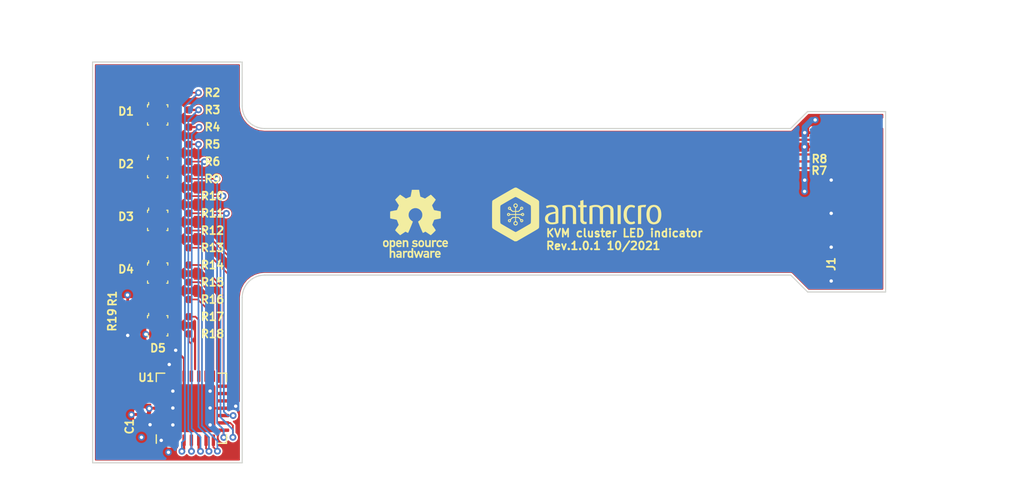
<source format=kicad_pcb>
(kicad_pcb (version 20171130) (host pcbnew 5.1.9+dfsg1-1~bpo10+1)
  (layers (0 F.Cu signal) (31 B.Cu signal) (34 B.Paste user) (35 F.Paste user) (36 B.SilkS user) (37 F.SilkS user) (38 B.Mask user) (39 F.Mask user) (44 Edge.Cuts user))
  (net 0 "")
  (net 1 "Net-(D1-Pad1)")
  (net 2 "Net-(D2-Pad1)")
  (net 3 "Net-(D3-Pad1)")
  (net 4 "Net-(D4-Pad1)")
  (net 5 "Net-(D5-Pad1)")
  (net 6 +3V3)
  (net 7 /LED_1_B)
  (net 8 /LED_1_G)
  (net 9 /LED_1_R)
  (net 10 /LED_2_B)
  (net 11 /LED_2_G)
  (net 12 /LED_2_R)
  (net 13 /LED_3_B)
  (net 14 /LED_3_G)
  (net 15 /LED_3_R)
  (net 16 /LED_4_B)
  (net 17 /LED_4_G)
  (net 18 /LED_4_R)
  (net 19 /LED_5_B)
  (net 20 /LED_5_G)
  (net 21 /LED_5_R)
  (net 22 GND)
  (net 23 /GPIO)
  (net 24 /CLK)
  (net 25 /SDA)
  (net 26 /SCL)
  (net 27 "Net-(J1-Pad9)")
  (net 28 "Net-(J1-Pad8)")
  (net 29 "Net-(J1-Pad6)")
  (net 30 "Net-(J1-Pad5)")
  (net 31 "Net-(J1-Pad3)")
  (net 32 "Net-(J1-Pad2)")
  (net 33 "Net-(D1-Pad3)")
  (net 34 "Net-(D1-Pad2)")
  (net 35 "Net-(D2-Pad3)")
  (net 36 "Net-(D2-Pad2)")
  (net 37 "Net-(D3-Pad3)")
  (net 38 "Net-(D3-Pad2)")
  (net 39 "Net-(D4-Pad3)")
  (net 40 "Net-(D4-Pad2)")
  (net 41 "Net-(D5-Pad3)")
  (net 42 "Net-(D5-Pad2)")
  (module rpi-compute-cluster-led-indicator-footprints:QFN-28_6x6mm_P0.65mm (layer F.Cu) (at 106.661763 125.63585 90)
    (fp_text reference U1 (at 2.72 -4.0025 180) (layer F.SilkS) (effects (font (size 0.7 0.7))))
    (fp_text value PCA9685BS,118)
    (pad 28 smd roundrect (at -1.95 -2.8375 90) (size 0.3 1.025) (layers F.Cu F.Paste F.Mask) (net 6 +3V3))
    (pad 27 smd roundrect (at -1.3 -2.8375 90) (size 0.3 1.025) (layers F.Cu F.Paste F.Mask) (net 22 GND))
    (pad 26 smd roundrect (at -0.65 -2.8375 90) (size 0.3 1.025) (layers F.Cu F.Paste F.Mask) (net 6 +3V3))
    (pad 25 smd roundrect (at 0 -2.8375 90) (size 0.3 1.025) (layers F.Cu F.Paste F.Mask) (net 6 +3V3))
    (pad 24 smd roundrect (at 0.65 -2.8375 90) (size 0.3 1.025) (layers F.Cu F.Paste F.Mask) (net 25 /SDA))
    (pad 23 smd roundrect (at 1.3 -2.8375 90) (size 0.3 1.025) (layers F.Cu F.Paste F.Mask) (net 26 /SCL))
    (pad 22 smd roundrect (at 1.95 -2.8375 90) (size 0.3 1.025) (layers F.Cu F.Paste F.Mask) (net 24 /CLK))
    (pad 21 smd roundrect (at 2.8375 -1.95 90) (size 1.025 0.3) (layers F.Cu F.Paste F.Mask) (net 22 GND))
    (pad 20 smd roundrect (at 2.8375 -1.3 90) (size 1.025 0.3) (layers F.Cu F.Paste F.Mask) (net 23 /GPIO))
    (pad 19 smd roundrect (at 2.8375 -0.65 90) (size 1.025 0.3) (layers F.Cu F.Paste F.Mask) (net 22 GND))
    (pad 18 smd roundrect (at 2.8375 0 90) (size 1.025 0.3) (layers F.Cu F.Paste F.Mask) (net 19 /LED_5_B))
    (pad 17 smd roundrect (at 2.8375 0.65 90) (size 1.025 0.3) (layers F.Cu F.Paste F.Mask) (net 20 /LED_5_G))
    (pad 16 smd roundrect (at 2.8375 1.3 90) (size 1.025 0.3) (layers F.Cu F.Paste F.Mask) (net 21 /LED_5_R))
    (pad 15 smd roundrect (at 2.8375 1.95 90) (size 1.025 0.3) (layers F.Cu F.Paste F.Mask) (net 16 /LED_4_B))
    (pad 14 smd roundrect (at 1.95 2.8375 90) (size 0.3 1.025) (layers F.Cu F.Paste F.Mask) (net 17 /LED_4_G))
    (pad 13 smd roundrect (at 1.3 2.8375 90) (size 0.3 1.025) (layers F.Cu F.Paste F.Mask) (net 18 /LED_4_R))
    (pad 12 smd roundrect (at 0.65 2.8375 90) (size 0.3 1.025) (layers F.Cu F.Paste F.Mask) (net 13 /LED_3_B))
    (pad 11 smd roundrect (at 0 2.8375 90) (size 0.3 1.025) (layers F.Cu F.Paste F.Mask) (net 22 GND))
    (pad 10 smd roundrect (at -0.65 2.8375 90) (size 0.3 1.025) (layers F.Cu F.Paste F.Mask) (net 14 /LED_3_G))
    (pad 9 smd roundrect (at -1.3 2.8375 90) (size 0.3 1.025) (layers F.Cu F.Paste F.Mask) (net 15 /LED_3_R))
    (pad 8 smd roundrect (at -1.95 2.8375 90) (size 0.3 1.025) (layers F.Cu F.Paste F.Mask) (net 10 /LED_2_B))
    (pad 7 smd roundrect (at -2.8375 1.95 90) (size 1.025 0.3) (layers F.Cu F.Paste F.Mask) (net 11 /LED_2_G))
    (pad 6 smd roundrect (at -2.8375 1.3 90) (size 1.025 0.3) (layers F.Cu F.Paste F.Mask) (net 12 /LED_2_R))
    (pad 5 smd roundrect (at -2.8375 0.65 90) (size 1.025 0.3) (layers F.Cu F.Paste F.Mask) (net 7 /LED_1_B))
    (pad 4 smd roundrect (at -2.8375 0 90) (size 1.025 0.3) (layers F.Cu F.Paste F.Mask) (net 8 /LED_1_G))
    (pad 3 smd roundrect (at -2.8375 -0.65 90) (size 1.025 0.3) (layers F.Cu F.Paste F.Mask) (net 9 /LED_1_R))
    (pad 2 smd roundrect (at -2.8375 -1.3 90) (size 1.025 0.3) (layers F.Cu F.Paste F.Mask) (net 6 +3V3))
    (pad 1 smd roundrect (at -2.8375 -1.95 90) (size 1.025 0.3) (layers F.Cu F.Paste F.Mask) (net 22 GND))
    (pad 29 smd roundrect (at 0 0 90) (size 4.25 4.25) (layers F.Cu F.Mask) (roundrect_rratio 0.058824) (net 22 GND))
  )
  (module rpi-compute-cluster-led-indicator-footprints:0402-res (layer F.Cu) (at 101.018526 117.8817 270)
    (fp_text reference R19 (at -0.07585 1.379263 90) (layer F.SilkS) (effects (font (size 0.7 0.7))))
    (fp_text value R_0R_0402)
    (pad 2 smd roundrect (at 0.485 0 270) (size 0.59 0.64) (layers F.Cu F.Paste F.Mask) (net 22 GND))
    (pad 1 smd roundrect (at -0.485 0 270) (size 0.59 0.64) (layers F.Cu F.Paste F.Mask) (net 23 /GPIO))
  )
  (module rpi-compute-cluster-led-indicator-footprints:antmicro-logo_scaled_15mm_silk (layer F.Cu) (at 141.25 108.52)
    (fp_text reference N1 hide)
    (fp_text value antmicro_logo hide)
  )
  (module rpi-compute-cluster-led-indicator-footprints:OSHW-Logo_5.7x6mm_SilkScreen (layer F.Cu) (at 126.509263 109.27585)
    (fp_text reference N2 hide)
    (fp_text value oshw_logo hide)
  )
  (module rpi-compute-cluster-led-indicator-footprints:0402-res (layer F.Cu) (at 105.958526 119.0467 180)
    (fp_text reference R18 (at -2.57 0) (layer F.SilkS) (effects (font (size 0.7 0.7))))
    (fp_text value R_49R9_0402)
    (pad 2 smd roundrect (at 0.485 0 180) (size 0.59 0.64) (layers F.Cu F.Paste F.Mask) (net 41 "Net-(D5-Pad3)"))
    (pad 1 smd roundrect (at -0.485 0 180) (size 0.59 0.64) (layers F.Cu F.Paste F.Mask) (net 19 /LED_5_B))
  )
  (module rpi-compute-cluster-led-indicator-footprints:0402-res (layer F.Cu) (at 105.958526 117.518129 180)
    (fp_text reference R17 (at -2.57 0) (layer F.SilkS) (effects (font (size 0.7 0.7))))
    (fp_text value R_49R9_0402)
    (pad 2 smd roundrect (at 0.485 0 180) (size 0.59 0.64) (layers F.Cu F.Paste F.Mask) (net 42 "Net-(D5-Pad2)"))
    (pad 1 smd roundrect (at -0.485 0 180) (size 0.59 0.64) (layers F.Cu F.Paste F.Mask) (net 20 /LED_5_G))
  )
  (module rpi-compute-cluster-led-indicator-footprints:0402-res (layer F.Cu) (at 105.958526 115.989558 180)
    (fp_text reference R16 (at -2.57 0) (layer F.SilkS) (effects (font (size 0.7 0.7))))
    (fp_text value R_100R_0402)
    (pad 2 smd roundrect (at 0.485 0 180) (size 0.59 0.64) (layers F.Cu F.Paste F.Mask) (net 5 "Net-(D5-Pad1)"))
    (pad 1 smd roundrect (at -0.485 0 180) (size 0.59 0.64) (layers F.Cu F.Paste F.Mask) (net 21 /LED_5_R))
  )
  (module rpi-compute-cluster-led-indicator-footprints:0402-res (layer F.Cu) (at 105.958526 114.460987 180)
    (fp_text reference R15 (at -2.57 0) (layer F.SilkS) (effects (font (size 0.7 0.7))))
    (fp_text value R_49R9_0402)
    (pad 2 smd roundrect (at 0.485 0 180) (size 0.59 0.64) (layers F.Cu F.Paste F.Mask) (net 39 "Net-(D4-Pad3)"))
    (pad 1 smd roundrect (at -0.485 0 180) (size 0.59 0.64) (layers F.Cu F.Paste F.Mask) (net 16 /LED_4_B))
  )
  (module rpi-compute-cluster-led-indicator-footprints:0402-res (layer F.Cu) (at 105.958526 112.932416 180)
    (fp_text reference R14 (at -2.57 0) (layer F.SilkS) (effects (font (size 0.7 0.7))))
    (fp_text value R_49R9_0402)
    (pad 2 smd roundrect (at 0.485 0 180) (size 0.59 0.64) (layers F.Cu F.Paste F.Mask) (net 40 "Net-(D4-Pad2)"))
    (pad 1 smd roundrect (at -0.485 0 180) (size 0.59 0.64) (layers F.Cu F.Paste F.Mask) (net 17 /LED_4_G))
  )
  (module rpi-compute-cluster-led-indicator-footprints:0402-res (layer F.Cu) (at 105.958526 111.403845 180)
    (fp_text reference R13 (at -2.57 0) (layer F.SilkS) (effects (font (size 0.7 0.7))))
    (fp_text value R_100R_0402)
    (pad 2 smd roundrect (at 0.485 0 180) (size 0.59 0.64) (layers F.Cu F.Paste F.Mask) (net 4 "Net-(D4-Pad1)"))
    (pad 1 smd roundrect (at -0.485 0 180) (size 0.59 0.64) (layers F.Cu F.Paste F.Mask) (net 18 /LED_4_R))
  )
  (module rpi-compute-cluster-led-indicator-footprints:0402-res (layer F.Cu) (at 105.958526 109.875274 180)
    (fp_text reference R12 (at -2.57 0) (layer F.SilkS) (effects (font (size 0.7 0.7))))
    (fp_text value R_49R9_0402)
    (pad 2 smd roundrect (at 0.485 0 180) (size 0.59 0.64) (layers F.Cu F.Paste F.Mask) (net 37 "Net-(D3-Pad3)"))
    (pad 1 smd roundrect (at -0.485 0 180) (size 0.59 0.64) (layers F.Cu F.Paste F.Mask) (net 13 /LED_3_B))
  )
  (module rpi-compute-cluster-led-indicator-footprints:0402-res (layer F.Cu) (at 105.958526 108.346703 180)
    (fp_text reference R11 (at -2.57 0) (layer F.SilkS) (effects (font (size 0.7 0.7))))
    (fp_text value R_49R9_0402)
    (pad 2 smd roundrect (at 0.485 0 180) (size 0.59 0.64) (layers F.Cu F.Paste F.Mask) (net 38 "Net-(D3-Pad2)"))
    (pad 1 smd roundrect (at -0.485 0 180) (size 0.59 0.64) (layers F.Cu F.Paste F.Mask) (net 14 /LED_3_G))
  )
  (module rpi-compute-cluster-led-indicator-footprints:0402-res (layer F.Cu) (at 105.958526 106.818132 180)
    (fp_text reference R10 (at -2.57 0) (layer F.SilkS) (effects (font (size 0.7 0.7))))
    (fp_text value R_100R_0402)
    (pad 2 smd roundrect (at 0.485 0 180) (size 0.59 0.64) (layers F.Cu F.Paste F.Mask) (net 3 "Net-(D3-Pad1)"))
    (pad 1 smd roundrect (at -0.485 0 180) (size 0.59 0.64) (layers F.Cu F.Paste F.Mask) (net 15 /LED_3_R))
  )
  (module rpi-compute-cluster-led-indicator-footprints:0402-res (layer F.Cu) (at 105.958526 105.289561 180)
    (fp_text reference R9 (at -2.57 0) (layer F.SilkS) (effects (font (size 0.7 0.7))))
    (fp_text value R_49R9_0402)
    (pad 2 smd roundrect (at 0.485 0 180) (size 0.59 0.64) (layers F.Cu F.Paste F.Mask) (net 35 "Net-(D2-Pad3)"))
    (pad 1 smd roundrect (at -0.485 0 180) (size 0.59 0.64) (layers F.Cu F.Paste F.Mask) (net 10 /LED_2_B))
  )
  (module rpi-compute-cluster-led-indicator-footprints:0402-res (layer F.Cu) (at 105.958526 103.76099 180)
    (fp_text reference R6 (at -2.57 0) (layer F.SilkS) (effects (font (size 0.7 0.7))))
    (fp_text value R_49R9_0402)
    (pad 2 smd roundrect (at 0.485 0 180) (size 0.59 0.64) (layers F.Cu F.Paste F.Mask) (net 36 "Net-(D2-Pad2)"))
    (pad 1 smd roundrect (at -0.485 0 180) (size 0.59 0.64) (layers F.Cu F.Paste F.Mask) (net 11 /LED_2_G))
  )
  (module rpi-compute-cluster-led-indicator-footprints:0402-res (layer F.Cu) (at 105.958526 102.232419 180)
    (fp_text reference R5 (at -2.57 0) (layer F.SilkS) (effects (font (size 0.7 0.7))))
    (fp_text value R_100R_0402)
    (pad 2 smd roundrect (at 0.485 0 180) (size 0.59 0.64) (layers F.Cu F.Paste F.Mask) (net 2 "Net-(D2-Pad1)"))
    (pad 1 smd roundrect (at -0.485 0 180) (size 0.59 0.64) (layers F.Cu F.Paste F.Mask) (net 12 /LED_2_R))
  )
  (module rpi-compute-cluster-led-indicator-footprints:0402-res (layer F.Cu) (at 105.958526 100.703848 180)
    (fp_text reference R4 (at -2.57 0) (layer F.SilkS) (effects (font (size 0.7 0.7))))
    (fp_text value R_49R9_0402)
    (pad 2 smd roundrect (at 0.485 0 180) (size 0.59 0.64) (layers F.Cu F.Paste F.Mask) (net 33 "Net-(D1-Pad3)"))
    (pad 1 smd roundrect (at -0.485 0 180) (size 0.59 0.64) (layers F.Cu F.Paste F.Mask) (net 7 /LED_1_B))
  )
  (module rpi-compute-cluster-led-indicator-footprints:0402-res (layer F.Cu) (at 105.958526 99.175277 180)
    (fp_text reference R3 (at -2.57 0) (layer F.SilkS) (effects (font (size 0.7 0.7))))
    (fp_text value R_49R9_0402)
    (pad 2 smd roundrect (at 0.485 0 180) (size 0.59 0.64) (layers F.Cu F.Paste F.Mask) (net 34 "Net-(D1-Pad2)"))
    (pad 1 smd roundrect (at -0.485 0 180) (size 0.59 0.64) (layers F.Cu F.Paste F.Mask) (net 8 /LED_1_G))
  )
  (module rpi-compute-cluster-led-indicator-footprints:0402-res (layer F.Cu) (at 105.958526 97.6467 180)
    (fp_text reference R2 (at -2.57 0) (layer F.SilkS) (effects (font (size 0.7 0.7))))
    (fp_text value R_100R_0402)
    (pad 2 smd roundrect (at 0.485 0 180) (size 0.59 0.64) (layers F.Cu F.Paste F.Mask) (net 1 "Net-(D1-Pad1)"))
    (pad 1 smd roundrect (at -0.485 0 180) (size 0.59 0.64) (layers F.Cu F.Paste F.Mask) (net 9 /LED_1_R))
  )
  (module rpi-compute-cluster-led-indicator-footprints:0402-cap (layer F.Cu) (at 102.159263 126.67585 90)
    (fp_text reference C1 (at -0.58 -0.98 90) (layer F.SilkS) (effects (font (size 0.7 0.7))))
    (fp_text value C_100n_0402)
    (pad 2 smd roundrect (at 0.485 0 90) (size 0.59 0.64) (layers F.Cu F.Paste F.Mask) (net 6 +3V3))
    (pad 1 smd roundrect (at -0.485 0 90) (size 0.59 0.64) (layers F.Cu F.Paste F.Mask) (net 22 GND))
  )
  (module rpi-compute-cluster-led-indicator-footprints:0402-res (layer F.Cu) (at 162.425 101.2)
    (fp_text reference R8 (at -0.115 2.325) (layer F.SilkS) (effects (font (size 0.7 0.7))))
    (fp_text value R_4k7_0402)
    (pad 2 smd roundrect (at 0.485 0) (size 0.59 0.64) (layers F.Cu F.Paste F.Mask) (net 25 /SDA))
    (pad 1 smd roundrect (at -0.485 0) (size 0.59 0.64) (layers F.Cu F.Paste F.Mask) (net 6 +3V3))
  )
  (module rpi-compute-cluster-led-indicator-footprints:0402-res (layer F.Cu) (at 162.425 102.45)
    (fp_text reference R7 (at -0.135 2.115) (layer F.SilkS) (effects (font (size 0.7 0.7))))
    (fp_text value R_4k7_0402)
    (pad 2 smd roundrect (at 0.485 0) (size 0.59 0.64) (layers F.Cu F.Paste F.Mask) (net 26 /SCL))
    (pad 1 smd roundrect (at -0.485 0) (size 0.59 0.64) (layers F.Cu F.Paste F.Mask) (net 6 +3V3))
  )
  (module rpi-compute-cluster-led-indicator-footprints:TE_1-1734248-5_FLEX (layer F.Cu) (at 166.15 109.35 90)
    (fp_text reference J1 (at -3.5 -2.8 90) (layer F.SilkS) (effects (font (size 0.7 0.7))))
    (fp_text value TE_1-1734248-5_FLEX)
    (pad 15 smd rect (at 9 -0.05 90) (size 0.7 3) (layers F.Cu F.Paste F.Mask) (net 6 +3V3))
    (pad 14 smd rect (at 8 -0.05 90) (size 0.7 3) (layers F.Cu F.Paste F.Mask) (net 25 /SDA))
    (pad 13 smd rect (at 7 -0.05 90) (size 0.7 3) (layers F.Cu F.Paste F.Mask) (net 26 /SCL))
    (pad 12 smd rect (at 6 -0.05 90) (size 0.7 3) (layers F.Cu F.Paste F.Mask) (net 24 /CLK))
    (pad 11 smd rect (at 5 -0.05 90) (size 0.7 3) (layers F.Cu F.Paste F.Mask) (net 23 /GPIO))
    (pad 10 smd rect (at 4 -0.05 90) (size 0.7 3) (layers F.Cu F.Paste F.Mask) (net 22 GND))
    (pad 9 smd rect (at 3 -0.05 90) (size 0.7 3) (layers F.Cu F.Paste F.Mask) (net 27 "Net-(J1-Pad9)"))
    (pad 8 smd rect (at 2 -0.05 90) (size 0.7 3) (layers F.Cu F.Paste F.Mask) (net 28 "Net-(J1-Pad8)"))
    (pad 7 smd rect (at 1 -0.05 90) (size 0.7 3) (layers F.Cu F.Paste F.Mask) (net 22 GND))
    (pad 6 smd rect (at 0 -0.05 90) (size 0.7 3) (layers F.Cu F.Paste F.Mask) (net 29 "Net-(J1-Pad6)"))
    (pad 5 smd rect (at -1 -0.05 90) (size 0.7 3) (layers F.Cu F.Paste F.Mask) (net 30 "Net-(J1-Pad5)"))
    (pad 4 smd rect (at -2 -0.05 90) (size 0.7 3) (layers F.Cu F.Paste F.Mask) (net 22 GND))
    (pad 3 smd rect (at -3 -0.05 90) (size 0.7 3) (layers F.Cu F.Paste F.Mask) (net 31 "Net-(J1-Pad3)"))
    (pad 2 smd rect (at -4 -0.05 90) (size 0.7 3) (layers F.Cu F.Paste F.Mask) (net 32 "Net-(J1-Pad2)"))
    (pad 1 smd rect (at -5 -0.05 90) (size 0.7 3) (layers F.Cu F.Mask) (net 22 GND))
  )
  (module rpi-compute-cluster-led-indicator-footprints:0402-res (layer F.Cu) (at 101.018526 116.9117 270)
    (fp_text reference R1 (at -0.99585 1.349263 90) (layer F.SilkS) (effects (font (size 0.7 0.7))))
    (fp_text value R_10k_0402)
    (pad 2 smd roundrect (at 0.485 0 270) (size 0.59 0.64) (layers F.Cu F.Paste F.Mask) (net 23 /GPIO))
    (pad 1 smd roundrect (at -0.485 0 270) (size 0.59 0.64) (layers F.Cu F.Paste F.Mask) (net 6 +3V3))
  )
  (module rpi-compute-cluster-led-indicator-footprints:LED_Dual0603 (layer F.Cu) (at 103.673526 118.3217)
    (fp_text reference D5 (at 0.025737 1.98415) (layer F.SilkS) (effects (font (size 0.7 0.7))))
    (fp_text value LTST-C19HE1WT)
    (pad 4 smd rect (at -0.425 0.725) (size 0.65 0.85) (layers F.Cu F.Paste F.Mask) (net 6 +3V3))
    (pad 3 smd rect (at 0.425 0.725) (size 0.65 0.85) (layers F.Cu F.Paste F.Mask) (net 41 "Net-(D5-Pad3)"))
    (pad 2 smd rect (at 0.425 -0.725) (size 0.65 0.85) (layers F.Cu F.Paste F.Mask) (net 42 "Net-(D5-Pad2)"))
    (pad 1 smd rect (at -0.425 -0.725) (size 0.65 0.85) (layers F.Cu F.Paste F.Mask) (net 5 "Net-(D5-Pad1)"))
  )
  (module rpi-compute-cluster-led-indicator-footprints:LED_Dual0603 (layer F.Cu) (at 103.673526 113.6467)
    (fp_text reference D4 (at -2.805 -0.3375) (layer F.SilkS) (effects (font (size 0.7 0.7))))
    (fp_text value LTST-C19HE1WT)
    (pad 4 smd rect (at -0.425 0.725) (size 0.65 0.85) (layers F.Cu F.Paste F.Mask) (net 6 +3V3))
    (pad 3 smd rect (at 0.425 0.725) (size 0.65 0.85) (layers F.Cu F.Paste F.Mask) (net 39 "Net-(D4-Pad3)"))
    (pad 2 smd rect (at 0.425 -0.725) (size 0.65 0.85) (layers F.Cu F.Paste F.Mask) (net 40 "Net-(D4-Pad2)"))
    (pad 1 smd rect (at -0.425 -0.725) (size 0.65 0.85) (layers F.Cu F.Paste F.Mask) (net 4 "Net-(D4-Pad1)"))
  )
  (module rpi-compute-cluster-led-indicator-footprints:LED_Dual0603 (layer F.Cu) (at 103.673526 104.2967)
    (fp_text reference D2 (at -2.805 -0.3225) (layer F.SilkS) (effects (font (size 0.7 0.7))))
    (fp_text value LTST-C19HE1WT)
    (pad 4 smd rect (at -0.425 0.725) (size 0.65 0.85) (layers F.Cu F.Paste F.Mask) (net 6 +3V3))
    (pad 3 smd rect (at 0.425 0.725) (size 0.65 0.85) (layers F.Cu F.Paste F.Mask) (net 35 "Net-(D2-Pad3)"))
    (pad 2 smd rect (at 0.425 -0.725) (size 0.65 0.85) (layers F.Cu F.Paste F.Mask) (net 36 "Net-(D2-Pad2)"))
    (pad 1 smd rect (at -0.425 -0.725) (size 0.65 0.85) (layers F.Cu F.Paste F.Mask) (net 2 "Net-(D2-Pad1)"))
  )
  (module rpi-compute-cluster-led-indicator-footprints:LED_Dual0603 (layer F.Cu) (at 103.673526 108.9717)
    (fp_text reference D3 (at -2.805 -0.33) (layer F.SilkS) (effects (font (size 0.7 0.7))))
    (fp_text value LTST-C19HE1WT)
    (pad 4 smd rect (at -0.425 0.725) (size 0.65 0.85) (layers F.Cu F.Paste F.Mask) (net 6 +3V3))
    (pad 3 smd rect (at 0.425 0.725) (size 0.65 0.85) (layers F.Cu F.Paste F.Mask) (net 37 "Net-(D3-Pad3)"))
    (pad 2 smd rect (at 0.425 -0.725) (size 0.65 0.85) (layers F.Cu F.Paste F.Mask) (net 38 "Net-(D3-Pad2)"))
    (pad 1 smd rect (at -0.425 -0.725) (size 0.65 0.85) (layers F.Cu F.Paste F.Mask) (net 3 "Net-(D3-Pad1)"))
  )
  (module rpi-compute-cluster-led-indicator-footprints:LED_Dual0603 (layer F.Cu) (at 103.673526 99.6217)
    (fp_text reference D1 (at -2.805 -0.315) (layer F.SilkS) (effects (font (size 0.7 0.7))))
    (fp_text value LTST-C19HE1WT)
    (pad 4 smd rect (at -0.425 0.725) (size 0.65 0.85) (layers F.Cu F.Paste F.Mask) (net 6 +3V3))
    (pad 3 smd rect (at 0.425 0.725) (size 0.65 0.85) (layers F.Cu F.Paste F.Mask) (net 33 "Net-(D1-Pad3)"))
    (pad 2 smd rect (at 0.425 -0.725) (size 0.65 0.85) (layers F.Cu F.Paste F.Mask) (net 34 "Net-(D1-Pad2)"))
    (pad 1 smd rect (at -0.425 -0.725) (size 0.65 0.85) (layers F.Cu F.Paste F.Mask) (net 1 "Net-(D1-Pad1)"))
  )
  (gr_line (start 161.259263 115.325849) (end 168.169263 115.325849) (layer Edge.Cuts) (width 0.1))
  (gr_line (start 161.259263 115.325849) (end 159.759263 113.82585) (layer Edge.Cuts) (width 0.1))
  (gr_line (start 161.249263 99.32585) (end 168.169263 99.32585) (layer Edge.Cuts) (width 0.1))
  (gr_line (start 161.249263 99.32585) (end 159.749263 100.82585) (layer Edge.Cuts) (width 0.1))
  (gr_line (start 111.158845 94.92604) (end 111.159263 98.82585) (layer Edge.Cuts) (width 0.1))
  (gr_line (start 97.908898 94.927297) (end 111.158845 94.92604) (layer Edge.Cuts) (width 0.1))
  (gr_line (start 168.169263 115.32585) (end 168.169263 99.325851) (layer Edge.Cuts) (width 0.1))
  (gr_line (start 113.160781 113.825851) (end 159.759263 113.82585) (layer Edge.Cuts) (width 0.1))
  (gr_line (start 113.149263 100.825827) (end 159.749263 100.82585) (layer Edge.Cuts) (width 0.1))
  (gr_line (start 97.91227 130.477257) (end 97.908898 94.927297) (layer Edge.Cuts) (width 0.1))
  (gr_line (start 111.162218 130.476) (end 97.91227 130.477257) (layer Edge.Cuts) (width 0.1))
  (gr_line (start 111.16097 115.82604) (end 111.162218 130.476) (layer Edge.Cuts) (width 0.1))
  (gr_arc (start 113.16097 115.825851) (end 113.160781 113.825851) (angle -89.99999995) (layer Edge.Cuts) (width 0.1))
  (gr_arc (start 113.159073 98.825851) (end 111.159263 98.82585) (angle -89.71896503) (layer Edge.Cuts) (width 0.1))
  (gr_text "KVM cluster LED indicator\nRev.1.0.1 10/2021" (at 138.005 110.665) (layer F.SilkS) (effects (font (size 0.7 0.7)) (justify left)))
  (segment (start 103.248526 98.0867) (end 103.248526 98.4967) (width 0.2) (layer F.Cu) (net 1))
  (segment (start 105.473526 97.6467) (end 103.688526 97.6467) (width 0.2) (layer F.Cu) (net 1))
  (segment (start 103.688526 97.6467) (end 103.248526 98.0867) (width 0.2) (layer F.Cu) (net 1))
  (segment (start 105.473526 102.232419) (end 103.592807 102.232419) (width 0.2) (layer F.Cu) (net 2))
  (segment (start 103.248526 102.5767) (end 103.248526 103.1717) (width 0.2) (layer F.Cu) (net 2))
  (segment (start 103.592807 102.232419) (end 103.248526 102.5767) (width 0.2) (layer F.Cu) (net 2))
  (segment (start 105.473526 106.818132) (end 103.757094 106.818132) (width 0.2) (layer F.Cu) (net 3))
  (segment (start 103.248526 107.3267) (end 103.248526 107.8467) (width 0.2) (layer F.Cu) (net 3))
  (segment (start 103.757094 106.818132) (end 103.248526 107.3267) (width 0.2) (layer F.Cu) (net 3))
  (segment (start 105.473526 111.403845) (end 103.741381 111.403845) (width 0.2) (layer F.Cu) (net 4))
  (segment (start 103.248526 111.8967) (end 103.248526 112.5217) (width 0.2) (layer F.Cu) (net 4))
  (segment (start 103.741381 111.403845) (end 103.248526 111.8967) (width 0.2) (layer F.Cu) (net 4))
  (segment (start 103.238526 117.1867) (end 103.248526 117.1967) (width 0.2) (layer F.Cu) (net 5))
  (segment (start 103.238526 116.6517) (end 103.238526 117.1867) (width 0.2) (layer F.Cu) (net 5))
  (segment (start 105.473526 115.989558) (end 103.900668 115.989558) (width 0.2) (layer F.Cu) (net 5))
  (segment (start 103.900668 115.989558) (end 103.238526 116.6517) (width 0.2) (layer F.Cu) (net 5))
  (via (at 160.989263 106.40585) (size 0.6) (drill 0.3) (layers F.Cu B.Cu) (net 6))
  (via (at 160.98 102.455) (size 0.6) (drill 0.3) (layers F.Cu B.Cu) (net 6))
  (segment (start 161.94 102.45) (end 160.985 102.45) (width 0.2) (layer F.Cu) (net 6))
  (segment (start 160.985 102.45) (end 160.98 102.455) (width 0.2) (layer F.Cu) (net 6))
  (via (at 160.999263 101.195) (size 0.6) (drill 0.3) (layers F.Cu B.Cu) (net 6))
  (segment (start 160.98 102.455) (end 160.98 101.195) (width 0.2) (layer B.Cu) (net 6))
  (segment (start 161.935 101.195) (end 161.94 101.2) (width 0.2) (layer F.Cu) (net 6))
  (segment (start 160.98 101.195) (end 161.935 101.195) (width 0.2) (layer F.Cu) (net 6))
  (via (at 102.619263 119.07585) (size 0.6) (drill 0.3) (layers F.Cu B.Cu) (net 6))
  (segment (start 103.248526 119.0467) (end 102.648413 119.0467) (width 0.2) (layer F.Cu) (net 6))
  (segment (start 102.648413 119.0467) (end 102.619263 119.07585) (width 0.2) (layer F.Cu) (net 6))
  (via (at 104.629263 129.54585) (size 0.6) (drill 0.3) (layers F.Cu B.Cu) (net 6))
  (segment (start 104.929263 129.54585) (end 104.629263 129.54585) (width 0.2) (layer F.Cu) (net 6))
  (segment (start 105.361763 128.47335) (end 105.361763 129.11335) (width 0.2) (layer F.Cu) (net 6))
  (segment (start 105.361763 129.11335) (end 104.929263 129.54585) (width 0.2) (layer F.Cu) (net 6))
  (segment (start 102.254263 126.28585) (end 102.159263 126.19085) (width 0.2) (layer F.Cu) (net 6))
  (segment (start 103.824263 126.28585) (end 102.254263 126.28585) (width 0.2) (layer F.Cu) (net 6))
  (via (at 102.239263 128.21585) (size 0.6) (drill 0.3) (layers F.Cu B.Cu) (net 6))
  (segment (start 103.479263 128.21585) (end 102.239263 128.21585) (width 0.2) (layer F.Cu) (net 6))
  (segment (start 103.824263 127.58585) (end 103.824263 127.87085) (width 0.2) (layer F.Cu) (net 6))
  (segment (start 103.824263 127.87085) (end 103.479263 128.21585) (width 0.2) (layer F.Cu) (net 6))
  (via (at 102.929263 125.65585) (size 0.6) (drill 0.3) (layers F.Cu B.Cu) (net 6))
  (segment (start 103.824263 125.63585) (end 102.949263 125.63585) (width 0.2) (layer F.Cu) (net 6))
  (segment (start 102.949263 125.63585) (end 102.929263 125.65585) (width 0.2) (layer F.Cu) (net 6))
  (via (at 101.349263 126.20585) (size 0.6) (drill 0.3) (layers F.Cu B.Cu) (net 6))
  (segment (start 102.159263 126.19085) (end 101.364263 126.19085) (width 0.2) (layer F.Cu) (net 6))
  (segment (start 101.364263 126.19085) (end 101.349263 126.20585) (width 0.2) (layer F.Cu) (net 6))
  (via (at 100.999263 115.59585) (size 0.6) (drill 0.3) (layers F.Cu B.Cu) (net 6))
  (segment (start 101.018526 116.4267) (end 101.018526 115.615113) (width 0.2) (layer F.Cu) (net 6))
  (segment (start 101.018526 115.615113) (end 100.999263 115.59585) (width 0.2) (layer F.Cu) (net 6))
  (via (at 160.999263 105.40585) (size 0.6) (drill 0.3) (layers F.Cu B.Cu) (net 6))
  (segment (start 160.98 102.455) (end 160.98 105.386587) (width 0.2) (layer B.Cu) (net 6))
  (segment (start 160.98 105.386587) (end 160.999263 105.40585) (width 0.5) (layer B.Cu) (net 6))
  (segment (start 160.98 101.195) (end 160.98 105.386587) (width 0.5) (layer B.Cu) (net 6))
  (via (at 161.929263 100.06585) (size 0.6) (drill 0.3) (layers F.Cu B.Cu) (net 6))
  (segment (start 160.98 101.195) (end 160.98 100.255113) (width 0.5) (layer F.Cu) (net 6))
  (segment (start 160.98 100.255113) (end 160.999263 100.23585) (width 0.5) (layer F.Cu) (net 6))
  (segment (start 160.989263 105.41585) (end 160.999263 105.40585) (width 0.5) (layer B.Cu) (net 6))
  (segment (start 160.989263 106.40585) (end 160.989263 105.41585) (width 0.5) (layer B.Cu) (net 6))
  (segment (start 102.379273 118.90586) (end 102.379273 117.06586) (width 0.5) (layer F.Cu) (net 6))
  (segment (start 102.619263 119.07585) (end 102.549263 119.07585) (width 0.5) (layer F.Cu) (net 6))
  (segment (start 102.549263 119.07585) (end 102.379273 118.90586) (width 0.5) (layer F.Cu) (net 6))
  (segment (start 160.999263 101.195) (end 160.999263 100.69585) (width 0.5) (layer B.Cu) (net 6))
  (segment (start 161.629263 100.06585) (end 161.929263 100.06585) (width 0.5) (layer B.Cu) (net 6))
  (segment (start 160.999263 100.69585) (end 161.629263 100.06585) (width 0.5) (layer B.Cu) (net 6))
  (via (at 107.468532 129.4567) (size 0.6) (drill 0.3) (layers F.Cu B.Cu) (net 7))
  (segment (start 106.443526 100.703848) (end 107.335674 100.703848) (width 0.2) (layer F.Cu) (net 7))
  (via (at 107.338526 100.7067) (size 0.6) (drill 0.3) (layers F.Cu B.Cu) (net 7))
  (segment (start 107.311763 129.299931) (end 107.468532 129.4567) (width 0.2) (layer F.Cu) (net 7))
  (segment (start 107.311763 128.47335) (end 107.311763 129.299931) (width 0.2) (layer F.Cu) (net 7))
  (segment (start 107.038527 101.006699) (end 107.338526 100.7067) (width 0.15) (layer B.Cu) (net 7))
  (segment (start 106.689285 101.355941) (end 107.038527 101.006699) (width 0.15) (layer B.Cu) (net 7))
  (segment (start 106.689285 127.425872) (end 106.689285 101.355941) (width 0.15) (layer B.Cu) (net 7))
  (segment (start 107.468532 129.4567) (end 107.468532 128.205119) (width 0.15) (layer B.Cu) (net 7))
  (segment (start 107.468532 128.205119) (end 106.689285 127.425872) (width 0.15) (layer B.Cu) (net 7))
  (via (at 106.668526 129.456704) (size 0.6) (drill 0.3) (layers F.Cu B.Cu) (net 8))
  (via (at 107.288526 99.1667) (size 0.6) (drill 0.3) (layers F.Cu B.Cu) (net 8))
  (segment (start 106.443526 99.175277) (end 107.279949 99.175277) (width 0.2) (layer F.Cu) (net 8))
  (segment (start 106.661763 129.449941) (end 106.668526 129.456704) (width 0.2) (layer F.Cu) (net 8))
  (segment (start 106.661763 128.47335) (end 106.661763 129.449941) (width 0.2) (layer F.Cu) (net 8))
  (segment (start 106.988527 99.466699) (end 107.288526 99.1667) (width 0.15) (layer B.Cu) (net 8))
  (segment (start 106.659263 129.447441) (end 106.659263 127.83585) (width 0.15) (layer B.Cu) (net 8))
  (segment (start 106.668526 129.456704) (end 106.659263 129.447441) (width 0.15) (layer B.Cu) (net 8))
  (segment (start 106.659263 127.83585) (end 106.389274 127.565861) (width 0.15) (layer B.Cu) (net 8))
  (segment (start 106.389274 127.565861) (end 106.389274 100.065952) (width 0.15) (layer B.Cu) (net 8))
  (segment (start 106.389274 100.065952) (end 106.988527 99.466699) (width 0.15) (layer B.Cu) (net 8))
  (via (at 105.818526 129.456698) (size 0.6) (drill 0.3) (layers F.Cu B.Cu) (net 9))
  (via (at 107.288526 97.6467) (size 0.6) (drill 0.3) (layers F.Cu B.Cu) (net 9))
  (segment (start 107.288526 97.6467) (end 106.443526 97.6467) (width 0.15) (layer F.Cu) (net 9))
  (segment (start 106.011763 129.263461) (end 105.818526 129.456698) (width 0.2) (layer F.Cu) (net 9))
  (segment (start 106.011763 128.47335) (end 106.011763 129.263461) (width 0.2) (layer F.Cu) (net 9))
  (segment (start 105.818526 128.666587) (end 105.818526 129.456698) (width 0.15) (layer B.Cu) (net 9))
  (segment (start 106.089263 128.39585) (end 105.818526 128.666587) (width 0.15) (layer B.Cu) (net 9))
  (segment (start 106.089263 98.860963) (end 106.089263 128.39585) (width 0.15) (layer B.Cu) (net 9))
  (segment (start 107.288526 97.6467) (end 107.288526 97.6617) (width 0.15) (layer B.Cu) (net 9))
  (segment (start 107.288526 97.6617) (end 106.089263 98.860963) (width 0.15) (layer B.Cu) (net 9))
  (via (at 109.529263 128.22585) (size 0.6) (drill 0.3) (layers F.Cu B.Cu) (net 10))
  (via (at 108.929263 105.28585) (size 0.6) (drill 0.3) (layers F.Cu B.Cu) (net 10))
  (segment (start 108.925552 105.289561) (end 108.929263 105.28585) (width 0.15) (layer F.Cu) (net 10))
  (segment (start 106.443526 105.289561) (end 108.925552 105.289561) (width 0.15) (layer F.Cu) (net 10))
  (segment (start 109.499263 128.19585) (end 109.529263 128.22585) (width 0.15) (layer F.Cu) (net 10))
  (segment (start 109.499263 127.58585) (end 109.499263 128.19585) (width 0.15) (layer F.Cu) (net 10))
  (segment (start 108.939263 105.29585) (end 108.929263 105.28585) (width 0.15) (layer B.Cu) (net 10))
  (segment (start 108.939263 126.95585) (end 108.939263 105.29585) (width 0.15) (layer B.Cu) (net 10))
  (segment (start 109.529263 128.22585) (end 109.529263 127.54585) (width 0.15) (layer B.Cu) (net 10))
  (segment (start 109.529263 127.54585) (end 108.939263 126.95585) (width 0.15) (layer B.Cu) (net 10))
  (via (at 108.968443 129.443985) (size 0.6) (drill 0.3) (layers F.Cu B.Cu) (net 11))
  (segment (start 108.611763 128.47335) (end 108.611763 129.087305) (width 0.15) (layer F.Cu) (net 11))
  (segment (start 108.611763 129.087305) (end 108.968443 129.443985) (width 0.15) (layer F.Cu) (net 11))
  (segment (start 108.968443 129.443985) (end 108.968443 128.543619) (width 0.15) (layer B.Cu) (net 11))
  (segment (start 108.968443 128.543619) (end 107.599263 127.174439) (width 0.15) (layer B.Cu) (net 11))
  (segment (start 107.599263 104.95585) (end 107.599263 104.85585) (width 0.15) (layer B.Cu) (net 11))
  (segment (start 107.599263 104.95585) (end 107.599263 104.87585) (width 0.15) (layer B.Cu) (net 11))
  (segment (start 107.599263 127.174439) (end 107.599263 104.95585) (width 0.15) (layer B.Cu) (net 11))
  (via (at 107.814263 103.76585) (size 0.6) (drill 0.3) (layers F.Cu B.Cu) (net 11))
  (segment (start 107.599263 104.85585) (end 107.599263 103.98085) (width 0.15) (layer B.Cu) (net 11))
  (segment (start 107.599263 103.98085) (end 107.814263 103.76585) (width 0.15) (layer B.Cu) (net 11))
  (segment (start 107.809403 103.76099) (end 107.814263 103.76585) (width 0.15) (layer F.Cu) (net 11))
  (segment (start 106.443526 103.76099) (end 107.809403 103.76099) (width 0.15) (layer F.Cu) (net 11))
  (via (at 108.218533 129.455721) (size 0.6) (drill 0.3) (layers F.Cu B.Cu) (net 12))
  (segment (start 107.961763 128.47335) (end 107.961763 129.198951) (width 0.15) (layer F.Cu) (net 12))
  (segment (start 107.961763 129.198951) (end 108.218533 129.455721) (width 0.15) (layer F.Cu) (net 12))
  (via (at 107.289263 102.22585) (size 0.6) (drill 0.3) (layers F.Cu B.Cu) (net 12))
  (segment (start 108.218533 129.455721) (end 108.218533 128.217987) (width 0.15) (layer B.Cu) (net 12))
  (segment (start 108.218533 128.217987) (end 107.289263 127.288717) (width 0.15) (layer B.Cu) (net 12))
  (segment (start 107.289263 127.288717) (end 107.289263 102.22585) (width 0.15) (layer B.Cu) (net 12))
  (segment (start 107.289263 102.22585) (end 106.450095 102.22585) (width 0.15) (layer F.Cu) (net 12))
  (segment (start 106.450095 102.22585) (end 106.443526 102.232419) (width 0.15) (layer F.Cu) (net 12))
  (segment (start 107.678687 109.875274) (end 106.443526 109.875274) (width 0.15) (layer F.Cu) (net 13))
  (segment (start 110.536783 112.73337) (end 107.678687 109.875274) (width 0.15) (layer F.Cu) (net 13))
  (segment (start 110.109263 124.98585) (end 110.549263 124.54585) (width 0.15) (layer F.Cu) (net 13))
  (segment (start 110.536783 122.27337) (end 110.536783 112.73337) (width 0.15) (layer F.Cu) (net 13))
  (segment (start 109.499263 124.98585) (end 110.109263 124.98585) (width 0.15) (layer F.Cu) (net 13))
  (segment (start 110.549263 124.54585) (end 110.549263 122.28585) (width 0.15) (layer F.Cu) (net 13))
  (segment (start 110.549263 122.28585) (end 110.536783 122.27337) (width 0.15) (layer F.Cu) (net 13))
  (via (at 110.359263 126.28585) (size 0.6) (drill 0.3) (layers F.Cu B.Cu) (net 14))
  (segment (start 109.499263 126.28585) (end 110.359263 126.28585) (width 0.15) (layer F.Cu) (net 14))
  (segment (start 109.539283 125.93587) (end 109.539283 109.45583) (width 0.15) (layer B.Cu) (net 14))
  (segment (start 110.359263 126.28585) (end 109.889263 126.28585) (width 0.15) (layer B.Cu) (net 14))
  (segment (start 109.889263 126.28585) (end 109.539283 125.93587) (width 0.15) (layer B.Cu) (net 14))
  (via (at 109.764273 108.35585) (size 0.6) (drill 0.3) (layers F.Cu B.Cu) (net 14))
  (segment (start 109.539283 109.45583) (end 109.539283 108.58084) (width 0.15) (layer B.Cu) (net 14))
  (segment (start 109.539283 108.58084) (end 109.764273 108.35585) (width 0.15) (layer B.Cu) (net 14))
  (segment (start 109.755126 108.346703) (end 109.764273 108.35585) (width 0.15) (layer F.Cu) (net 14))
  (segment (start 106.443526 108.346703) (end 109.755126 108.346703) (width 0.15) (layer F.Cu) (net 14))
  (via (at 109.464263 106.81585) (size 0.6) (drill 0.3) (layers F.Cu B.Cu) (net 15))
  (segment (start 109.239273 107.04084) (end 109.464263 106.81585) (width 0.15) (layer B.Cu) (net 15))
  (segment (start 109.239273 126.43586) (end 109.239273 107.04084) (width 0.15) (layer B.Cu) (net 15))
  (segment (start 109.461981 106.818132) (end 109.464263 106.81585) (width 0.15) (layer F.Cu) (net 15))
  (segment (start 106.443526 106.818132) (end 109.461981 106.818132) (width 0.15) (layer F.Cu) (net 15))
  (via (at 110.339263 128.21585) (size 0.6) (drill 0.3) (layers F.Cu B.Cu) (net 15))
  (segment (start 110.339263 127.791586) (end 110.339263 128.21585) (width 0.15) (layer F.Cu) (net 15))
  (segment (start 109.499263 126.93585) (end 110.099263 126.93585) (width 0.15) (layer F.Cu) (net 15))
  (segment (start 110.339263 127.17585) (end 110.339263 127.791586) (width 0.15) (layer F.Cu) (net 15))
  (segment (start 110.099263 126.93585) (end 110.339263 127.17585) (width 0.15) (layer F.Cu) (net 15))
  (segment (start 110.339263 127.53585) (end 110.339263 128.21585) (width 0.15) (layer B.Cu) (net 15))
  (segment (start 109.474263 126.67085) (end 110.339263 127.53585) (width 0.15) (layer B.Cu) (net 15))
  (segment (start 109.474263 126.67085) (end 109.239273 126.43586) (width 0.15) (layer B.Cu) (net 15))
  (segment (start 109.749263 126.94585) (end 109.474263 126.67085) (width 0.15) (layer B.Cu) (net 15))
  (segment (start 108.611763 115.64835) (end 108.611763 122.79835) (width 0.15) (layer F.Cu) (net 16))
  (segment (start 106.443526 114.460987) (end 107.4244 114.460987) (width 0.15) (layer F.Cu) (net 16))
  (segment (start 107.4244 114.460987) (end 108.611763 115.64835) (width 0.15) (layer F.Cu) (net 16))
  (segment (start 109.499263 123.53585) (end 109.499263 123.68585) (width 0.15) (layer F.Cu) (net 17))
  (segment (start 106.443526 112.932416) (end 107.465829 112.932416) (width 0.15) (layer F.Cu) (net 17))
  (segment (start 109.499263 114.96585) (end 109.499263 123.53585) (width 0.15) (layer F.Cu) (net 17))
  (segment (start 107.465829 112.932416) (end 109.499263 114.96585) (width 0.15) (layer F.Cu) (net 17))
  (segment (start 109.499263 124.33585) (end 109.509263 124.32585) (width 0.2) (layer F.Cu) (net 18))
  (segment (start 107.587258 111.403845) (end 106.443526 111.403845) (width 0.15) (layer F.Cu) (net 18))
  (segment (start 110.236773 114.05336) (end 107.587258 111.403845) (width 0.15) (layer F.Cu) (net 18))
  (segment (start 110.236773 124.24834) (end 110.236773 114.05336) (width 0.15) (layer F.Cu) (net 18))
  (segment (start 109.499263 124.33585) (end 110.149263 124.33585) (width 0.15) (layer F.Cu) (net 18))
  (segment (start 110.149263 124.33585) (end 110.236773 124.24834) (width 0.15) (layer F.Cu) (net 18))
  (segment (start 106.661763 119.92835) (end 106.661763 122.79835) (width 0.15) (layer F.Cu) (net 19))
  (segment (start 106.443526 119.0467) (end 106.443526 119.710113) (width 0.15) (layer F.Cu) (net 19))
  (segment (start 106.443526 119.710113) (end 106.661763 119.92835) (width 0.15) (layer F.Cu) (net 19))
  (segment (start 107.309263 122.79585) (end 107.311763 122.79835) (width 0.15) (layer F.Cu) (net 20))
  (segment (start 106.443526 117.518129) (end 107.021542 117.518129) (width 0.15) (layer F.Cu) (net 20))
  (segment (start 107.309263 117.80585) (end 107.309263 122.79585) (width 0.15) (layer F.Cu) (net 20))
  (segment (start 107.021542 117.518129) (end 107.309263 117.80585) (width 0.15) (layer F.Cu) (net 20))
  (segment (start 106.443526 115.989558) (end 107.232971 115.989558) (width 0.15) (layer F.Cu) (net 21))
  (segment (start 107.961763 122.28585) (end 107.961763 122.79835) (width 0.15) (layer F.Cu) (net 21))
  (segment (start 107.961763 116.71835) (end 107.961763 122.28585) (width 0.15) (layer F.Cu) (net 21))
  (segment (start 107.232971 115.989558) (end 107.961763 116.71835) (width 0.15) (layer F.Cu) (net 21))
  (segment (start 105.848526 126.7092) (end 105.848526 127.596694) (width 0.2) (layer F.Cu) (net 22))
  (segment (start 106.498526 127.2217) (end 106.498526 126.7092) (width 0.2) (layer F.Cu) (net 22))
  (via (at 108.318526 127.1167) (size 0.6) (drill 0.3) (layers F.Cu B.Cu) (net 22))
  (segment (start 166.1 105.4) (end 163.35 105.4) (width 0.2) (layer F.Cu) (net 22))
  (via (at 163.35 105.4) (size 0.6) (drill 0.3) (layers F.Cu B.Cu) (net 22))
  (segment (start 166.1 108.35) (end 163.35 108.35) (width 0.2) (layer F.Cu) (net 22))
  (via (at 163.35 108.35) (size 0.6) (drill 0.3) (layers F.Cu B.Cu) (net 22))
  (segment (start 166.1 111.35) (end 163.35 111.35) (width 0.2) (layer F.Cu) (net 22))
  (via (at 163.35 111.35) (size 0.6) (drill 0.3) (layers F.Cu B.Cu) (net 22))
  (via (at 163.35 114.35) (size 0.6) (drill 0.3) (layers F.Cu B.Cu) (net 22))
  (segment (start 166.1 114.35) (end 163.35 114.35) (width 0.2) (layer F.Cu) (net 22))
  (segment (start 105.223526 123.8717) (end 105.198526 123.8967) (width 0.2) (layer F.Cu) (net 22))
  (segment (start 106.586026 123.8717) (end 105.223526 123.8717) (width 0.2) (layer F.Cu) (net 22))
  (via (at 105.018526 127.1167) (size 0.6) (drill 0.3) (layers F.Cu B.Cu) (net 22))
  (via (at 108.318526 125.6167) (size 0.6) (drill 0.3) (layers F.Cu B.Cu) (net 22))
  (via (at 105.018526 125.6167) (size 0.6) (drill 0.3) (layers F.Cu B.Cu) (net 22))
  (segment (start 108.036026 123.8717) (end 105.198526 123.8717) (width 0.2) (layer F.Cu) (net 22))
  (via (at 105.018526 124.1167) (size 0.6) (drill 0.3) (layers F.Cu B.Cu) (net 22))
  (via (at 108.318526 124.1167) (size 0.6) (drill 0.3) (layers F.Cu B.Cu) (net 22))
  (segment (start 104.661763 122.79835) (end 104.711763 122.79835) (width 0.2) (layer F.Cu) (net 22))
  (via (at 104.699263 121.75585) (size 0.6) (drill 0.3) (layers F.Cu B.Cu) (net 22))
  (segment (start 104.711763 122.79835) (end 104.711763 121.76835) (width 0.2) (layer F.Cu) (net 22))
  (segment (start 104.711763 121.76835) (end 104.699263 121.75585) (width 0.2) (layer F.Cu) (net 22))
  (segment (start 104.711763 123.809937) (end 105.018526 124.1167) (width 0.2) (layer F.Cu) (net 22))
  (segment (start 104.711763 122.79835) (end 104.711763 123.809937) (width 0.2) (layer F.Cu) (net 22))
  (segment (start 104.837676 126.93585) (end 105.018526 127.1167) (width 0.2) (layer F.Cu) (net 22))
  (segment (start 103.824263 126.93585) (end 104.837676 126.93585) (width 0.2) (layer F.Cu) (net 22))
  (via (at 102.999263 127.09585) (size 0.6) (drill 0.3) (layers F.Cu B.Cu) (net 22))
  (segment (start 103.824263 126.93585) (end 103.159263 126.93585) (width 0.2) (layer F.Cu) (net 22))
  (segment (start 103.159263 126.93585) (end 102.999263 127.09585) (width 0.2) (layer F.Cu) (net 22))
  (segment (start 102.934263 127.16085) (end 102.999263 127.09585) (width 0.2) (layer F.Cu) (net 22))
  (segment (start 102.159263 127.16085) (end 102.934263 127.16085) (width 0.2) (layer F.Cu) (net 22))
  (segment (start 109.499263 125.63585) (end 106.661763 125.63585) (width 0.2) (layer F.Cu) (net 22))
  (segment (start 109.499263 125.63585) (end 110.409263 125.63585) (width 0.2) (layer F.Cu) (net 22))
  (via (at 110.589263 125.45585) (size 0.6) (drill 0.3) (layers F.Cu B.Cu) (net 22))
  (segment (start 110.409263 125.63585) (end 110.589263 125.45585) (width 0.2) (layer F.Cu) (net 22))
  (via (at 103.989263 128.48585) (size 0.6) (drill 0.3) (layers F.Cu B.Cu) (net 22))
  (segment (start 104.711763 128.47335) (end 104.001763 128.47335) (width 0.2) (layer F.Cu) (net 22))
  (segment (start 104.001763 128.47335) (end 103.989263 128.48585) (width 0.2) (layer F.Cu) (net 22))
  (via (at 101.019263 119.17585) (size 0.6) (drill 0.3) (layers F.Cu B.Cu) (net 22))
  (segment (start 101.018526 118.3667) (end 101.018526 119.175113) (width 0.2) (layer F.Cu) (net 22))
  (segment (start 101.018526 119.175113) (end 101.019263 119.17585) (width 0.2) (layer F.Cu) (net 22))
  (segment (start 105.989263 124.96335) (end 106.661763 125.63585) (width 0.2) (layer F.Cu) (net 22))
  (segment (start 106.011763 122.79835) (end 105.989263 122.82085) (width 0.2) (layer F.Cu) (net 22))
  (segment (start 105.989263 122.82085) (end 105.989263 124.96335) (width 0.2) (layer F.Cu) (net 22))
  (via (at 105.269263 120.49585) (size 0.6) (drill 0.3) (layers F.Cu B.Cu) (net 22))
  (segment (start 106.011763 122.79835) (end 106.011763 121.23835) (width 0.2) (layer F.Cu) (net 22))
  (segment (start 106.011763 121.23835) (end 105.269263 120.49585) (width 0.2) (layer F.Cu) (net 22))
  (segment (start 100.039263 116.98585) (end 100.039263 116.37585) (width 0.2) (layer F.Cu) (net 23))
  (segment (start 101.018526 117.3967) (end 100.450113 117.3967) (width 0.2) (layer F.Cu) (net 23))
  (segment (start 100.450113 117.3967) (end 100.039263 116.98585) (width 0.2) (layer F.Cu) (net 23))
  (segment (start 101.41923 97.005883) (end 100.039274 98.385839) (width 0.2) (layer F.Cu) (net 23))
  (segment (start 100.039274 98.385839) (end 100.039273 116.40585) (width 0.2) (layer F.Cu) (net 23))
  (segment (start 166.1 104.35) (end 112.573413 104.35) (width 0.2) (layer F.Cu) (net 23))
  (segment (start 112.573413 104.35) (end 109.259243 101.03583) (width 0.2) (layer F.Cu) (net 23))
  (segment (start 108.334326 97.005883) (end 101.41923 97.005883) (width 0.2) (layer F.Cu) (net 23))
  (segment (start 109.259243 101.03583) (end 109.259243 97.9308) (width 0.2) (layer F.Cu) (net 23))
  (segment (start 109.259243 97.9308) (end 108.334326 97.005883) (width 0.2) (layer F.Cu) (net 23))
  (segment (start 101.879263 117.74585) (end 101.530113 117.3967) (width 0.2) (layer F.Cu) (net 23))
  (segment (start 105.361763 121.49835) (end 103.920113 120.0567) (width 0.2) (layer F.Cu) (net 23))
  (segment (start 105.361763 122.79835) (end 105.361763 121.49835) (width 0.2) (layer F.Cu) (net 23))
  (segment (start 101.879263 119.57585) (end 101.879263 117.74585) (width 0.2) (layer F.Cu) (net 23))
  (segment (start 101.530113 117.3967) (end 101.018526 117.3967) (width 0.2) (layer F.Cu) (net 23))
  (segment (start 103.920113 120.0567) (end 102.360113 120.0567) (width 0.2) (layer F.Cu) (net 23))
  (segment (start 102.360113 120.0567) (end 101.879263 119.57585) (width 0.2) (layer F.Cu) (net 23))
  (segment (start 99.689263 120.63585) (end 102.739263 123.68585) (width 0.2) (layer F.Cu) (net 24))
  (segment (start 101.269221 96.655872) (end 99.689263 98.23583) (width 0.2) (layer F.Cu) (net 24))
  (segment (start 99.689263 98.23583) (end 99.689263 120.63585) (width 0.2) (layer F.Cu) (net 24))
  (segment (start 108.479305 96.655872) (end 101.269221 96.655872) (width 0.2) (layer F.Cu) (net 24))
  (segment (start 163.755113 103.35) (end 163.359263 103.74585) (width 0.2) (layer F.Cu) (net 24))
  (segment (start 109.609253 97.78582) (end 108.479305 96.655872) (width 0.2) (layer F.Cu) (net 24))
  (segment (start 166.1 103.35) (end 163.755113 103.35) (width 0.2) (layer F.Cu) (net 24))
  (segment (start 163.359263 103.74585) (end 112.539263 103.74585) (width 0.2) (layer F.Cu) (net 24))
  (segment (start 109.609253 100.81584) (end 109.609253 97.78582) (width 0.2) (layer F.Cu) (net 24))
  (segment (start 102.739263 123.68585) (end 103.824263 123.68585) (width 0.2) (layer F.Cu) (net 24))
  (segment (start 112.539263 103.74585) (end 109.609253 100.81584) (width 0.2) (layer F.Cu) (net 24))
  (segment (start 163.06 101.35) (end 166.1 101.35) (width 0.2) (layer F.Cu) (net 25))
  (segment (start 162.91 101.2) (end 163.06 101.35) (width 0.2) (layer F.Cu) (net 25))
  (segment (start 98.973495 122.640082) (end 101.319263 124.98585) (width 0.2) (layer F.Cu) (net 25))
  (segment (start 98.973495 97.961618) (end 98.973495 122.640082) (width 0.2) (layer F.Cu) (net 25))
  (segment (start 100.979263 95.95585) (end 98.973495 97.961618) (width 0.2) (layer F.Cu) (net 25))
  (segment (start 108.769263 95.95585) (end 100.979263 95.95585) (width 0.2) (layer F.Cu) (net 25))
  (segment (start 110.319263 97.50585) (end 108.769263 95.95585) (width 0.2) (layer F.Cu) (net 25))
  (segment (start 110.319263 100.44585) (end 110.319263 97.50585) (width 0.2) (layer F.Cu) (net 25))
  (segment (start 111.698413 101.825) (end 110.319263 100.44585) (width 0.2) (layer F.Cu) (net 25))
  (segment (start 162.285 101.825) (end 111.698413 101.825) (width 0.2) (layer F.Cu) (net 25))
  (segment (start 162.91 101.2) (end 162.285 101.825) (width 0.2) (layer F.Cu) (net 25))
  (segment (start 101.319263 124.98585) (end 103.824263 124.98585) (width 0.2) (layer F.Cu) (net 25))
  (segment (start 102.149263 124.33585) (end 103.824263 124.33585) (width 0.2) (layer F.Cu) (net 26))
  (segment (start 99.323506 121.510093) (end 102.149263 124.33585) (width 0.2) (layer F.Cu) (net 26))
  (segment (start 108.624284 96.305861) (end 101.124242 96.305861) (width 0.2) (layer F.Cu) (net 26))
  (segment (start 99.323506 98.106597) (end 99.323506 121.510093) (width 0.2) (layer F.Cu) (net 26))
  (segment (start 162.992875 102.35) (end 162.213144 103.129731) (width 0.2) (layer F.Cu) (net 26))
  (segment (start 109.959263 100.63585) (end 109.959263 97.64084) (width 0.2) (layer F.Cu) (net 26))
  (segment (start 101.124242 96.305861) (end 99.323506 98.106597) (width 0.2) (layer F.Cu) (net 26))
  (segment (start 166.1 102.35) (end 162.992875 102.35) (width 0.2) (layer F.Cu) (net 26))
  (segment (start 162.213144 103.129731) (end 112.453144 103.129731) (width 0.2) (layer F.Cu) (net 26))
  (segment (start 109.959263 97.64084) (end 108.624284 96.305861) (width 0.2) (layer F.Cu) (net 26))
  (segment (start 112.453144 103.129731) (end 109.959263 100.63585) (width 0.2) (layer F.Cu) (net 26))
  (segment (start 105.470674 100.7067) (end 105.473526 100.703848) (width 0.2) (layer F.Cu) (net 33))
  (segment (start 104.963526 100.7067) (end 105.470674 100.7067) (width 0.2) (layer F.Cu) (net 33))
  (segment (start 104.098526 100.3467) (end 104.603526 100.3467) (width 0.2) (layer F.Cu) (net 33))
  (segment (start 104.603526 100.3467) (end 104.963526 100.7067) (width 0.2) (layer F.Cu) (net 33))
  (segment (start 104.673526 98.8867) (end 104.133526 98.8867) (width 0.2) (layer F.Cu) (net 34))
  (segment (start 105.473526 99.175277) (end 104.962103 99.175277) (width 0.2) (layer F.Cu) (net 34))
  (segment (start 104.962103 99.175277) (end 104.673526 98.8867) (width 0.2) (layer F.Cu) (net 34))
  (segment (start 105.380665 105.1967) (end 105.473526 105.289561) (width 0.2) (layer F.Cu) (net 35))
  (segment (start 104.098526 105.0217) (end 104.273526 105.1967) (width 0.2) (layer F.Cu) (net 35))
  (segment (start 104.273526 105.1967) (end 105.380665 105.1967) (width 0.2) (layer F.Cu) (net 35))
  (segment (start 105.473526 103.5767) (end 104.103526 103.5767) (width 0.2) (layer F.Cu) (net 36))
  (segment (start 104.098526 109.6967) (end 105.473526 109.6967) (width 0.2) (layer F.Cu) (net 37))
  (segment (start 105.473526 108.2467) (end 104.098526 108.2467) (width 0.2) (layer F.Cu) (net 38))
  (segment (start 104.098526 114.3717) (end 105.468526 114.3717) (width 0.2) (layer F.Cu) (net 39))
  (segment (start 105.473526 112.9167) (end 104.103526 112.9167) (width 0.2) (layer F.Cu) (net 40))
  (segment (start 105.473526 119.0467) (end 104.098526 119.0467) (width 0.2) (layer F.Cu) (net 41))
  (segment (start 104.098526 117.5967) (end 105.473526 117.5967) (width 0.2) (layer F.Cu) (net 42))
  (zone (net 22) (net_name GND) (layer B.Cu) (connect_pads (clearance 0.2)) (min_thickness 0.254) (fill yes (arc_segments 32) (thermal_gap 0.508) (thermal_bridge_width 0.508))
    (polygon (pts (xy 111.169263 97.25585) (xy 113.289263 99.31585) (xy 168.189263 99.31585) (xy 168.159263 115.37585) (xy 113.219263 115.35585) (xy 111.139263 117.45585) (xy 111.139263 130.46585) (xy 97.879263 130.46585) (xy 97.909263 94.90585) (xy 111.169263 94.90585)))
  )
  (zone (net 6) (net_name +3V3) (layer F.Cu) (connect_pads (clearance 0.15)) (min_thickness 0.15) (fill yes (arc_segments 32) (thermal_gap 0.25) (thermal_bridge_width 0.25) (smoothing fillet) (radius 0.5))
    (polygon (pts (xy 111.169263 97.23585) (xy 113.289263 99.29585) (xy 168.189263 99.29585) (xy 168.159263 115.35585) (xy 113.219263 115.33585) (xy 111.139263 117.43585) (xy 111.139263 130.44585) (xy 97.879263 130.44585) (xy 97.909263 94.88585) (xy 111.169263 94.88585)))
  )
)
</source>
